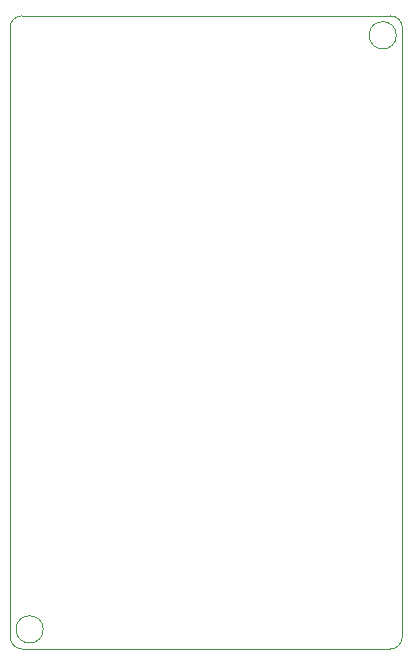
<source format=gbr>
%TF.GenerationSoftware,KiCad,Pcbnew,9.0.3*%
%TF.CreationDate,2025-08-16T12:14:02+01:00*%
%TF.ProjectId,cheetoPet,63686565-746f-4506-9574-2e6b69636164,rev?*%
%TF.SameCoordinates,Original*%
%TF.FileFunction,Profile,NP*%
%FSLAX46Y46*%
G04 Gerber Fmt 4.6, Leading zero omitted, Abs format (unit mm)*
G04 Created by KiCad (PCBNEW 9.0.3) date 2025-08-16 12:14:02*
%MOMM*%
%LPD*%
G01*
G04 APERTURE LIST*
%TA.AperFunction,Profile*%
%ADD10C,0.050000*%
%TD*%
G04 APERTURE END LIST*
D10*
X144502000Y-127548000D02*
G75*
G02*
X142198000Y-127548000I-1152000J0D01*
G01*
X142198000Y-127548000D02*
G75*
G02*
X144502000Y-127548000I1152000J0D01*
G01*
X174400000Y-77250000D02*
G75*
G02*
X172096000Y-77250000I-1152000J0D01*
G01*
X172096000Y-77250000D02*
G75*
G02*
X174400000Y-77250000I1152000J0D01*
G01*
X141700000Y-76600000D02*
G75*
G02*
X142700000Y-75600000I1000000J0D01*
G01*
X174900000Y-128200000D02*
G75*
G02*
X173900000Y-129200000I-1000000J0D01*
G01*
X141700000Y-128200000D02*
X141700000Y-76600000D01*
X173900000Y-129200000D02*
X142700000Y-129200000D01*
X173900000Y-75600000D02*
G75*
G02*
X174900000Y-76600000I0J-1000000D01*
G01*
X142700000Y-129200000D02*
G75*
G02*
X141700000Y-128200000I0J1000000D01*
G01*
X174900000Y-76600000D02*
X174900000Y-128200000D01*
X142700000Y-75600000D02*
X173900000Y-75600000D01*
M02*

</source>
